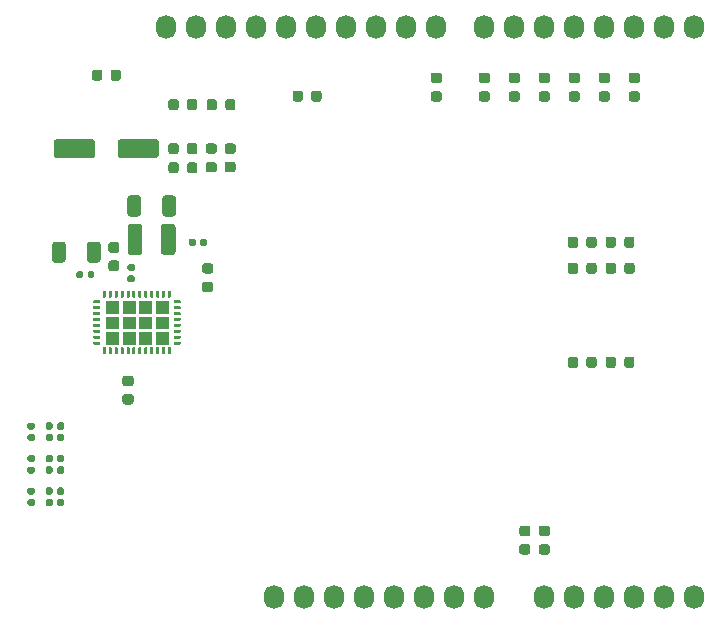
<source format=gbr>
%TF.GenerationSoftware,KiCad,Pcbnew,(5.1.9)-1*%
%TF.CreationDate,2021-05-11T14:33:32+02:00*%
%TF.ProjectId,Driverino-Shield,44726976-6572-4696-9e6f-2d536869656c,rev?*%
%TF.SameCoordinates,Original*%
%TF.FileFunction,Paste,Top*%
%TF.FilePolarity,Positive*%
%FSLAX46Y46*%
G04 Gerber Fmt 4.6, Leading zero omitted, Abs format (unit mm)*
G04 Created by KiCad (PCBNEW (5.1.9)-1) date 2021-05-11 14:33:32*
%MOMM*%
%LPD*%
G01*
G04 APERTURE LIST*
%ADD10C,0.100000*%
%ADD11O,1.727200X2.032000*%
G04 APERTURE END LIST*
D10*
%TO.C,U1*%
G36*
X128898000Y-101065000D02*
G01*
X128898000Y-100065000D01*
X129898000Y-100065000D01*
X129898000Y-101065000D01*
X128898000Y-101065000D01*
G37*
X128898000Y-101065000D02*
X128898000Y-100065000D01*
X129898000Y-100065000D01*
X129898000Y-101065000D01*
X128898000Y-101065000D01*
G36*
X128898000Y-99765000D02*
G01*
X128898000Y-98765000D01*
X129898000Y-98765000D01*
X129898000Y-99765000D01*
X128898000Y-99765000D01*
G37*
X128898000Y-99765000D02*
X128898000Y-98765000D01*
X129898000Y-98765000D01*
X129898000Y-99765000D01*
X128898000Y-99765000D01*
G36*
X128898000Y-102365000D02*
G01*
X128898000Y-101365000D01*
X129898000Y-101365000D01*
X129898000Y-102365000D01*
X128898000Y-102365000D01*
G37*
X128898000Y-102365000D02*
X128898000Y-101365000D01*
X129898000Y-101365000D01*
X129898000Y-102365000D01*
X128898000Y-102365000D01*
G36*
X127498000Y-102365000D02*
G01*
X127498000Y-101365000D01*
X128498000Y-101365000D01*
X128498000Y-102365000D01*
X127498000Y-102365000D01*
G37*
X127498000Y-102365000D02*
X127498000Y-101365000D01*
X128498000Y-101365000D01*
X128498000Y-102365000D01*
X127498000Y-102365000D01*
G36*
X127498000Y-101065000D02*
G01*
X127498000Y-100065000D01*
X128498000Y-100065000D01*
X128498000Y-101065000D01*
X127498000Y-101065000D01*
G37*
X127498000Y-101065000D02*
X127498000Y-100065000D01*
X128498000Y-100065000D01*
X128498000Y-101065000D01*
X127498000Y-101065000D01*
G36*
X127498000Y-99765000D02*
G01*
X127498000Y-98765000D01*
X128498000Y-98765000D01*
X128498000Y-99765000D01*
X127498000Y-99765000D01*
G37*
X127498000Y-99765000D02*
X127498000Y-98765000D01*
X128498000Y-98765000D01*
X128498000Y-99765000D01*
X127498000Y-99765000D01*
G36*
X126098000Y-102365000D02*
G01*
X126098000Y-101365000D01*
X127098000Y-101365000D01*
X127098000Y-102365000D01*
X126098000Y-102365000D01*
G37*
X126098000Y-102365000D02*
X126098000Y-101365000D01*
X127098000Y-101365000D01*
X127098000Y-102365000D01*
X126098000Y-102365000D01*
G36*
X126098000Y-101065000D02*
G01*
X126098000Y-100065000D01*
X127098000Y-100065000D01*
X127098000Y-101065000D01*
X126098000Y-101065000D01*
G37*
X126098000Y-101065000D02*
X126098000Y-100065000D01*
X127098000Y-100065000D01*
X127098000Y-101065000D01*
X126098000Y-101065000D01*
G36*
X126098000Y-99765000D02*
G01*
X126098000Y-98765000D01*
X127098000Y-98765000D01*
X127098000Y-99765000D01*
X126098000Y-99765000D01*
G37*
X126098000Y-99765000D02*
X126098000Y-98765000D01*
X127098000Y-98765000D01*
X127098000Y-99765000D01*
X126098000Y-99765000D01*
G36*
X124698000Y-102365000D02*
G01*
X124698000Y-101365000D01*
X125698000Y-101365000D01*
X125698000Y-102365000D01*
X124698000Y-102365000D01*
G37*
X124698000Y-102365000D02*
X124698000Y-101365000D01*
X125698000Y-101365000D01*
X125698000Y-102365000D01*
X124698000Y-102365000D01*
G36*
X124698000Y-99765000D02*
G01*
X124698000Y-98765000D01*
X125698000Y-98765000D01*
X125698000Y-99765000D01*
X124698000Y-99765000D01*
G37*
X124698000Y-99765000D02*
X124698000Y-98765000D01*
X125698000Y-98765000D01*
X125698000Y-99765000D01*
X124698000Y-99765000D01*
G36*
X124698000Y-101065000D02*
G01*
X124698000Y-100065000D01*
X125698000Y-100065000D01*
X125698000Y-101065000D01*
X124698000Y-101065000D01*
G37*
X124698000Y-101065000D02*
X124698000Y-100065000D01*
X125698000Y-100065000D01*
X125698000Y-101065000D01*
X124698000Y-101065000D01*
%TD*%
%TO.C,F1*%
G36*
G01*
X133241000Y-93614500D02*
X133241000Y-93959500D01*
G75*
G02*
X133093500Y-94107000I-147500J0D01*
G01*
X132798500Y-94107000D01*
G75*
G02*
X132651000Y-93959500I0J147500D01*
G01*
X132651000Y-93614500D01*
G75*
G02*
X132798500Y-93467000I147500J0D01*
G01*
X133093500Y-93467000D01*
G75*
G02*
X133241000Y-93614500I0J-147500D01*
G01*
G37*
G36*
G01*
X132271000Y-93614500D02*
X132271000Y-93959500D01*
G75*
G02*
X132123500Y-94107000I-147500J0D01*
G01*
X131828500Y-94107000D01*
G75*
G02*
X131681000Y-93959500I0J147500D01*
G01*
X131681000Y-93614500D01*
G75*
G02*
X131828500Y-93467000I147500J0D01*
G01*
X132123500Y-93467000D01*
G75*
G02*
X132271000Y-93614500I0J-147500D01*
G01*
G37*
%TD*%
%TO.C,R23*%
G36*
G01*
X120537500Y-115988500D02*
X120537500Y-115643500D01*
G75*
G02*
X120685000Y-115496000I147500J0D01*
G01*
X120980000Y-115496000D01*
G75*
G02*
X121127500Y-115643500I0J-147500D01*
G01*
X121127500Y-115988500D01*
G75*
G02*
X120980000Y-116136000I-147500J0D01*
G01*
X120685000Y-116136000D01*
G75*
G02*
X120537500Y-115988500I0J147500D01*
G01*
G37*
G36*
G01*
X119567500Y-115988500D02*
X119567500Y-115643500D01*
G75*
G02*
X119715000Y-115496000I147500J0D01*
G01*
X120010000Y-115496000D01*
G75*
G02*
X120157500Y-115643500I0J-147500D01*
G01*
X120157500Y-115988500D01*
G75*
G02*
X120010000Y-116136000I-147500J0D01*
G01*
X119715000Y-116136000D01*
G75*
G02*
X119567500Y-115988500I0J147500D01*
G01*
G37*
%TD*%
%TO.C,R22*%
G36*
G01*
X120537500Y-115018500D02*
X120537500Y-114673500D01*
G75*
G02*
X120685000Y-114526000I147500J0D01*
G01*
X120980000Y-114526000D01*
G75*
G02*
X121127500Y-114673500I0J-147500D01*
G01*
X121127500Y-115018500D01*
G75*
G02*
X120980000Y-115166000I-147500J0D01*
G01*
X120685000Y-115166000D01*
G75*
G02*
X120537500Y-115018500I0J147500D01*
G01*
G37*
G36*
G01*
X119567500Y-115018500D02*
X119567500Y-114673500D01*
G75*
G02*
X119715000Y-114526000I147500J0D01*
G01*
X120010000Y-114526000D01*
G75*
G02*
X120157500Y-114673500I0J-147500D01*
G01*
X120157500Y-115018500D01*
G75*
G02*
X120010000Y-115166000I-147500J0D01*
G01*
X119715000Y-115166000D01*
G75*
G02*
X119567500Y-115018500I0J147500D01*
G01*
G37*
%TD*%
%TO.C,U1*%
G36*
G01*
X129923000Y-98415000D02*
X129923000Y-97915000D01*
G75*
G02*
X129973000Y-97865000I50000J0D01*
G01*
X130123000Y-97865000D01*
G75*
G02*
X130173000Y-97915000I0J-50000D01*
G01*
X130173000Y-98415000D01*
G75*
G02*
X130123000Y-98465000I-50000J0D01*
G01*
X129973000Y-98465000D01*
G75*
G02*
X129923000Y-98415000I0J50000D01*
G01*
G37*
G36*
G01*
X129423000Y-98415000D02*
X129423000Y-97915000D01*
G75*
G02*
X129473000Y-97865000I50000J0D01*
G01*
X129623000Y-97865000D01*
G75*
G02*
X129673000Y-97915000I0J-50000D01*
G01*
X129673000Y-98415000D01*
G75*
G02*
X129623000Y-98465000I-50000J0D01*
G01*
X129473000Y-98465000D01*
G75*
G02*
X129423000Y-98415000I0J50000D01*
G01*
G37*
G36*
G01*
X128923000Y-98415000D02*
X128923000Y-97915000D01*
G75*
G02*
X128973000Y-97865000I50000J0D01*
G01*
X129123000Y-97865000D01*
G75*
G02*
X129173000Y-97915000I0J-50000D01*
G01*
X129173000Y-98415000D01*
G75*
G02*
X129123000Y-98465000I-50000J0D01*
G01*
X128973000Y-98465000D01*
G75*
G02*
X128923000Y-98415000I0J50000D01*
G01*
G37*
G36*
G01*
X128423000Y-98415000D02*
X128423000Y-97915000D01*
G75*
G02*
X128473000Y-97865000I50000J0D01*
G01*
X128623000Y-97865000D01*
G75*
G02*
X128673000Y-97915000I0J-50000D01*
G01*
X128673000Y-98415000D01*
G75*
G02*
X128623000Y-98465000I-50000J0D01*
G01*
X128473000Y-98465000D01*
G75*
G02*
X128423000Y-98415000I0J50000D01*
G01*
G37*
G36*
G01*
X127923000Y-98415000D02*
X127923000Y-97915000D01*
G75*
G02*
X127973000Y-97865000I50000J0D01*
G01*
X128123000Y-97865000D01*
G75*
G02*
X128173000Y-97915000I0J-50000D01*
G01*
X128173000Y-98415000D01*
G75*
G02*
X128123000Y-98465000I-50000J0D01*
G01*
X127973000Y-98465000D01*
G75*
G02*
X127923000Y-98415000I0J50000D01*
G01*
G37*
G36*
G01*
X127423000Y-98415000D02*
X127423000Y-97915000D01*
G75*
G02*
X127473000Y-97865000I50000J0D01*
G01*
X127623000Y-97865000D01*
G75*
G02*
X127673000Y-97915000I0J-50000D01*
G01*
X127673000Y-98415000D01*
G75*
G02*
X127623000Y-98465000I-50000J0D01*
G01*
X127473000Y-98465000D01*
G75*
G02*
X127423000Y-98415000I0J50000D01*
G01*
G37*
G36*
G01*
X126923000Y-98415000D02*
X126923000Y-97915000D01*
G75*
G02*
X126973000Y-97865000I50000J0D01*
G01*
X127123000Y-97865000D01*
G75*
G02*
X127173000Y-97915000I0J-50000D01*
G01*
X127173000Y-98415000D01*
G75*
G02*
X127123000Y-98465000I-50000J0D01*
G01*
X126973000Y-98465000D01*
G75*
G02*
X126923000Y-98415000I0J50000D01*
G01*
G37*
G36*
G01*
X126423000Y-98415000D02*
X126423000Y-97915000D01*
G75*
G02*
X126473000Y-97865000I50000J0D01*
G01*
X126623000Y-97865000D01*
G75*
G02*
X126673000Y-97915000I0J-50000D01*
G01*
X126673000Y-98415000D01*
G75*
G02*
X126623000Y-98465000I-50000J0D01*
G01*
X126473000Y-98465000D01*
G75*
G02*
X126423000Y-98415000I0J50000D01*
G01*
G37*
G36*
G01*
X125923000Y-98415000D02*
X125923000Y-97915000D01*
G75*
G02*
X125973000Y-97865000I50000J0D01*
G01*
X126123000Y-97865000D01*
G75*
G02*
X126173000Y-97915000I0J-50000D01*
G01*
X126173000Y-98415000D01*
G75*
G02*
X126123000Y-98465000I-50000J0D01*
G01*
X125973000Y-98465000D01*
G75*
G02*
X125923000Y-98415000I0J50000D01*
G01*
G37*
G36*
G01*
X125423000Y-98415000D02*
X125423000Y-97915000D01*
G75*
G02*
X125473000Y-97865000I50000J0D01*
G01*
X125623000Y-97865000D01*
G75*
G02*
X125673000Y-97915000I0J-50000D01*
G01*
X125673000Y-98415000D01*
G75*
G02*
X125623000Y-98465000I-50000J0D01*
G01*
X125473000Y-98465000D01*
G75*
G02*
X125423000Y-98415000I0J50000D01*
G01*
G37*
G36*
G01*
X124923000Y-98415000D02*
X124923000Y-97915000D01*
G75*
G02*
X124973000Y-97865000I50000J0D01*
G01*
X125123000Y-97865000D01*
G75*
G02*
X125173000Y-97915000I0J-50000D01*
G01*
X125173000Y-98415000D01*
G75*
G02*
X125123000Y-98465000I-50000J0D01*
G01*
X124973000Y-98465000D01*
G75*
G02*
X124923000Y-98415000I0J50000D01*
G01*
G37*
G36*
G01*
X124423000Y-98415000D02*
X124423000Y-97915000D01*
G75*
G02*
X124473000Y-97865000I50000J0D01*
G01*
X124623000Y-97865000D01*
G75*
G02*
X124673000Y-97915000I0J-50000D01*
G01*
X124673000Y-98415000D01*
G75*
G02*
X124623000Y-98465000I-50000J0D01*
G01*
X124473000Y-98465000D01*
G75*
G02*
X124423000Y-98415000I0J50000D01*
G01*
G37*
G36*
G01*
X124148000Y-98940000D02*
X123648000Y-98940000D01*
G75*
G02*
X123598000Y-98890000I0J50000D01*
G01*
X123598000Y-98740000D01*
G75*
G02*
X123648000Y-98690000I50000J0D01*
G01*
X124148000Y-98690000D01*
G75*
G02*
X124198000Y-98740000I0J-50000D01*
G01*
X124198000Y-98890000D01*
G75*
G02*
X124148000Y-98940000I-50000J0D01*
G01*
G37*
G36*
G01*
X124148000Y-99440000D02*
X123648000Y-99440000D01*
G75*
G02*
X123598000Y-99390000I0J50000D01*
G01*
X123598000Y-99240000D01*
G75*
G02*
X123648000Y-99190000I50000J0D01*
G01*
X124148000Y-99190000D01*
G75*
G02*
X124198000Y-99240000I0J-50000D01*
G01*
X124198000Y-99390000D01*
G75*
G02*
X124148000Y-99440000I-50000J0D01*
G01*
G37*
G36*
G01*
X124148000Y-99940000D02*
X123648000Y-99940000D01*
G75*
G02*
X123598000Y-99890000I0J50000D01*
G01*
X123598000Y-99740000D01*
G75*
G02*
X123648000Y-99690000I50000J0D01*
G01*
X124148000Y-99690000D01*
G75*
G02*
X124198000Y-99740000I0J-50000D01*
G01*
X124198000Y-99890000D01*
G75*
G02*
X124148000Y-99940000I-50000J0D01*
G01*
G37*
G36*
G01*
X124148000Y-100440000D02*
X123648000Y-100440000D01*
G75*
G02*
X123598000Y-100390000I0J50000D01*
G01*
X123598000Y-100240000D01*
G75*
G02*
X123648000Y-100190000I50000J0D01*
G01*
X124148000Y-100190000D01*
G75*
G02*
X124198000Y-100240000I0J-50000D01*
G01*
X124198000Y-100390000D01*
G75*
G02*
X124148000Y-100440000I-50000J0D01*
G01*
G37*
G36*
G01*
X124148000Y-100940000D02*
X123648000Y-100940000D01*
G75*
G02*
X123598000Y-100890000I0J50000D01*
G01*
X123598000Y-100740000D01*
G75*
G02*
X123648000Y-100690000I50000J0D01*
G01*
X124148000Y-100690000D01*
G75*
G02*
X124198000Y-100740000I0J-50000D01*
G01*
X124198000Y-100890000D01*
G75*
G02*
X124148000Y-100940000I-50000J0D01*
G01*
G37*
G36*
G01*
X124148000Y-101440000D02*
X123648000Y-101440000D01*
G75*
G02*
X123598000Y-101390000I0J50000D01*
G01*
X123598000Y-101240000D01*
G75*
G02*
X123648000Y-101190000I50000J0D01*
G01*
X124148000Y-101190000D01*
G75*
G02*
X124198000Y-101240000I0J-50000D01*
G01*
X124198000Y-101390000D01*
G75*
G02*
X124148000Y-101440000I-50000J0D01*
G01*
G37*
G36*
G01*
X124148000Y-101940000D02*
X123648000Y-101940000D01*
G75*
G02*
X123598000Y-101890000I0J50000D01*
G01*
X123598000Y-101740000D01*
G75*
G02*
X123648000Y-101690000I50000J0D01*
G01*
X124148000Y-101690000D01*
G75*
G02*
X124198000Y-101740000I0J-50000D01*
G01*
X124198000Y-101890000D01*
G75*
G02*
X124148000Y-101940000I-50000J0D01*
G01*
G37*
G36*
G01*
X124148000Y-102440000D02*
X123648000Y-102440000D01*
G75*
G02*
X123598000Y-102390000I0J50000D01*
G01*
X123598000Y-102240000D01*
G75*
G02*
X123648000Y-102190000I50000J0D01*
G01*
X124148000Y-102190000D01*
G75*
G02*
X124198000Y-102240000I0J-50000D01*
G01*
X124198000Y-102390000D01*
G75*
G02*
X124148000Y-102440000I-50000J0D01*
G01*
G37*
G36*
G01*
X124423000Y-103215000D02*
X124423000Y-102715000D01*
G75*
G02*
X124473000Y-102665000I50000J0D01*
G01*
X124623000Y-102665000D01*
G75*
G02*
X124673000Y-102715000I0J-50000D01*
G01*
X124673000Y-103215000D01*
G75*
G02*
X124623000Y-103265000I-50000J0D01*
G01*
X124473000Y-103265000D01*
G75*
G02*
X124423000Y-103215000I0J50000D01*
G01*
G37*
G36*
G01*
X124923000Y-103215000D02*
X124923000Y-102715000D01*
G75*
G02*
X124973000Y-102665000I50000J0D01*
G01*
X125123000Y-102665000D01*
G75*
G02*
X125173000Y-102715000I0J-50000D01*
G01*
X125173000Y-103215000D01*
G75*
G02*
X125123000Y-103265000I-50000J0D01*
G01*
X124973000Y-103265000D01*
G75*
G02*
X124923000Y-103215000I0J50000D01*
G01*
G37*
G36*
G01*
X125423000Y-103215000D02*
X125423000Y-102715000D01*
G75*
G02*
X125473000Y-102665000I50000J0D01*
G01*
X125623000Y-102665000D01*
G75*
G02*
X125673000Y-102715000I0J-50000D01*
G01*
X125673000Y-103215000D01*
G75*
G02*
X125623000Y-103265000I-50000J0D01*
G01*
X125473000Y-103265000D01*
G75*
G02*
X125423000Y-103215000I0J50000D01*
G01*
G37*
G36*
G01*
X125923000Y-103215000D02*
X125923000Y-102715000D01*
G75*
G02*
X125973000Y-102665000I50000J0D01*
G01*
X126123000Y-102665000D01*
G75*
G02*
X126173000Y-102715000I0J-50000D01*
G01*
X126173000Y-103215000D01*
G75*
G02*
X126123000Y-103265000I-50000J0D01*
G01*
X125973000Y-103265000D01*
G75*
G02*
X125923000Y-103215000I0J50000D01*
G01*
G37*
G36*
G01*
X126423000Y-103215000D02*
X126423000Y-102715000D01*
G75*
G02*
X126473000Y-102665000I50000J0D01*
G01*
X126623000Y-102665000D01*
G75*
G02*
X126673000Y-102715000I0J-50000D01*
G01*
X126673000Y-103215000D01*
G75*
G02*
X126623000Y-103265000I-50000J0D01*
G01*
X126473000Y-103265000D01*
G75*
G02*
X126423000Y-103215000I0J50000D01*
G01*
G37*
G36*
G01*
X126923000Y-103215000D02*
X126923000Y-102715000D01*
G75*
G02*
X126973000Y-102665000I50000J0D01*
G01*
X127123000Y-102665000D01*
G75*
G02*
X127173000Y-102715000I0J-50000D01*
G01*
X127173000Y-103215000D01*
G75*
G02*
X127123000Y-103265000I-50000J0D01*
G01*
X126973000Y-103265000D01*
G75*
G02*
X126923000Y-103215000I0J50000D01*
G01*
G37*
G36*
G01*
X127423000Y-103215000D02*
X127423000Y-102715000D01*
G75*
G02*
X127473000Y-102665000I50000J0D01*
G01*
X127623000Y-102665000D01*
G75*
G02*
X127673000Y-102715000I0J-50000D01*
G01*
X127673000Y-103215000D01*
G75*
G02*
X127623000Y-103265000I-50000J0D01*
G01*
X127473000Y-103265000D01*
G75*
G02*
X127423000Y-103215000I0J50000D01*
G01*
G37*
G36*
G01*
X127923000Y-103215000D02*
X127923000Y-102715000D01*
G75*
G02*
X127973000Y-102665000I50000J0D01*
G01*
X128123000Y-102665000D01*
G75*
G02*
X128173000Y-102715000I0J-50000D01*
G01*
X128173000Y-103215000D01*
G75*
G02*
X128123000Y-103265000I-50000J0D01*
G01*
X127973000Y-103265000D01*
G75*
G02*
X127923000Y-103215000I0J50000D01*
G01*
G37*
G36*
G01*
X128423000Y-103215000D02*
X128423000Y-102715000D01*
G75*
G02*
X128473000Y-102665000I50000J0D01*
G01*
X128623000Y-102665000D01*
G75*
G02*
X128673000Y-102715000I0J-50000D01*
G01*
X128673000Y-103215000D01*
G75*
G02*
X128623000Y-103265000I-50000J0D01*
G01*
X128473000Y-103265000D01*
G75*
G02*
X128423000Y-103215000I0J50000D01*
G01*
G37*
G36*
G01*
X128923000Y-103215000D02*
X128923000Y-102715000D01*
G75*
G02*
X128973000Y-102665000I50000J0D01*
G01*
X129123000Y-102665000D01*
G75*
G02*
X129173000Y-102715000I0J-50000D01*
G01*
X129173000Y-103215000D01*
G75*
G02*
X129123000Y-103265000I-50000J0D01*
G01*
X128973000Y-103265000D01*
G75*
G02*
X128923000Y-103215000I0J50000D01*
G01*
G37*
G36*
G01*
X129423000Y-103215000D02*
X129423000Y-102715000D01*
G75*
G02*
X129473000Y-102665000I50000J0D01*
G01*
X129623000Y-102665000D01*
G75*
G02*
X129673000Y-102715000I0J-50000D01*
G01*
X129673000Y-103215000D01*
G75*
G02*
X129623000Y-103265000I-50000J0D01*
G01*
X129473000Y-103265000D01*
G75*
G02*
X129423000Y-103215000I0J50000D01*
G01*
G37*
G36*
G01*
X129923000Y-103215000D02*
X129923000Y-102715000D01*
G75*
G02*
X129973000Y-102665000I50000J0D01*
G01*
X130123000Y-102665000D01*
G75*
G02*
X130173000Y-102715000I0J-50000D01*
G01*
X130173000Y-103215000D01*
G75*
G02*
X130123000Y-103265000I-50000J0D01*
G01*
X129973000Y-103265000D01*
G75*
G02*
X129923000Y-103215000I0J50000D01*
G01*
G37*
G36*
G01*
X130948000Y-102440000D02*
X130448000Y-102440000D01*
G75*
G02*
X130398000Y-102390000I0J50000D01*
G01*
X130398000Y-102240000D01*
G75*
G02*
X130448000Y-102190000I50000J0D01*
G01*
X130948000Y-102190000D01*
G75*
G02*
X130998000Y-102240000I0J-50000D01*
G01*
X130998000Y-102390000D01*
G75*
G02*
X130948000Y-102440000I-50000J0D01*
G01*
G37*
G36*
G01*
X130948000Y-101940000D02*
X130448000Y-101940000D01*
G75*
G02*
X130398000Y-101890000I0J50000D01*
G01*
X130398000Y-101740000D01*
G75*
G02*
X130448000Y-101690000I50000J0D01*
G01*
X130948000Y-101690000D01*
G75*
G02*
X130998000Y-101740000I0J-50000D01*
G01*
X130998000Y-101890000D01*
G75*
G02*
X130948000Y-101940000I-50000J0D01*
G01*
G37*
G36*
G01*
X130948000Y-101440000D02*
X130448000Y-101440000D01*
G75*
G02*
X130398000Y-101390000I0J50000D01*
G01*
X130398000Y-101240000D01*
G75*
G02*
X130448000Y-101190000I50000J0D01*
G01*
X130948000Y-101190000D01*
G75*
G02*
X130998000Y-101240000I0J-50000D01*
G01*
X130998000Y-101390000D01*
G75*
G02*
X130948000Y-101440000I-50000J0D01*
G01*
G37*
G36*
G01*
X130948000Y-100940000D02*
X130448000Y-100940000D01*
G75*
G02*
X130398000Y-100890000I0J50000D01*
G01*
X130398000Y-100740000D01*
G75*
G02*
X130448000Y-100690000I50000J0D01*
G01*
X130948000Y-100690000D01*
G75*
G02*
X130998000Y-100740000I0J-50000D01*
G01*
X130998000Y-100890000D01*
G75*
G02*
X130948000Y-100940000I-50000J0D01*
G01*
G37*
G36*
G01*
X130948000Y-100440000D02*
X130448000Y-100440000D01*
G75*
G02*
X130398000Y-100390000I0J50000D01*
G01*
X130398000Y-100240000D01*
G75*
G02*
X130448000Y-100190000I50000J0D01*
G01*
X130948000Y-100190000D01*
G75*
G02*
X130998000Y-100240000I0J-50000D01*
G01*
X130998000Y-100390000D01*
G75*
G02*
X130948000Y-100440000I-50000J0D01*
G01*
G37*
G36*
G01*
X130948000Y-99940000D02*
X130448000Y-99940000D01*
G75*
G02*
X130398000Y-99890000I0J50000D01*
G01*
X130398000Y-99740000D01*
G75*
G02*
X130448000Y-99690000I50000J0D01*
G01*
X130948000Y-99690000D01*
G75*
G02*
X130998000Y-99740000I0J-50000D01*
G01*
X130998000Y-99890000D01*
G75*
G02*
X130948000Y-99940000I-50000J0D01*
G01*
G37*
G36*
G01*
X130948000Y-99440000D02*
X130448000Y-99440000D01*
G75*
G02*
X130398000Y-99390000I0J50000D01*
G01*
X130398000Y-99240000D01*
G75*
G02*
X130448000Y-99190000I50000J0D01*
G01*
X130948000Y-99190000D01*
G75*
G02*
X130998000Y-99240000I0J-50000D01*
G01*
X130998000Y-99390000D01*
G75*
G02*
X130948000Y-99440000I-50000J0D01*
G01*
G37*
G36*
G01*
X130948000Y-98940000D02*
X130448000Y-98940000D01*
G75*
G02*
X130398000Y-98890000I0J50000D01*
G01*
X130398000Y-98740000D01*
G75*
G02*
X130448000Y-98690000I50000J0D01*
G01*
X130948000Y-98690000D01*
G75*
G02*
X130998000Y-98740000I0J-50000D01*
G01*
X130998000Y-98890000D01*
G75*
G02*
X130948000Y-98940000I-50000J0D01*
G01*
G37*
%TD*%
%TO.C,C3*%
G36*
G01*
X123074000Y-95265001D02*
X123074000Y-93964999D01*
G75*
G02*
X123323999Y-93715000I249999J0D01*
G01*
X123974001Y-93715000D01*
G75*
G02*
X124224000Y-93964999I0J-249999D01*
G01*
X124224000Y-95265001D01*
G75*
G02*
X123974001Y-95515000I-249999J0D01*
G01*
X123323999Y-95515000D01*
G75*
G02*
X123074000Y-95265001I0J249999D01*
G01*
G37*
G36*
G01*
X120124000Y-95265001D02*
X120124000Y-93964999D01*
G75*
G02*
X120373999Y-93715000I249999J0D01*
G01*
X121024001Y-93715000D01*
G75*
G02*
X121274000Y-93964999I0J-249999D01*
G01*
X121274000Y-95265001D01*
G75*
G02*
X121024001Y-95515000I-249999J0D01*
G01*
X120373999Y-95515000D01*
G75*
G02*
X120124000Y-95265001I0J249999D01*
G01*
G37*
%TD*%
%TO.C,C4*%
G36*
G01*
X123136000Y-96690000D02*
X123136000Y-96350000D01*
G75*
G02*
X123276000Y-96210000I140000J0D01*
G01*
X123556000Y-96210000D01*
G75*
G02*
X123696000Y-96350000I0J-140000D01*
G01*
X123696000Y-96690000D01*
G75*
G02*
X123556000Y-96830000I-140000J0D01*
G01*
X123276000Y-96830000D01*
G75*
G02*
X123136000Y-96690000I0J140000D01*
G01*
G37*
G36*
G01*
X122176000Y-96690000D02*
X122176000Y-96350000D01*
G75*
G02*
X122316000Y-96210000I140000J0D01*
G01*
X122596000Y-96210000D01*
G75*
G02*
X122736000Y-96350000I0J-140000D01*
G01*
X122736000Y-96690000D01*
G75*
G02*
X122596000Y-96830000I-140000J0D01*
G01*
X122316000Y-96830000D01*
G75*
G02*
X122176000Y-96690000I0J140000D01*
G01*
G37*
%TD*%
D11*
%TO.C,P3*%
X129794000Y-75565000D03*
X132334000Y-75565000D03*
X134874000Y-75565000D03*
X137414000Y-75565000D03*
X139954000Y-75565000D03*
X142494000Y-75565000D03*
X145034000Y-75565000D03*
X147574000Y-75565000D03*
X150114000Y-75565000D03*
X152654000Y-75565000D03*
%TD*%
%TO.C,P1*%
X138938000Y-123825000D03*
X141478000Y-123825000D03*
X144018000Y-123825000D03*
X146558000Y-123825000D03*
X149098000Y-123825000D03*
X151638000Y-123825000D03*
X154178000Y-123825000D03*
X156718000Y-123825000D03*
%TD*%
%TO.C,P2*%
X161798000Y-123825000D03*
X164338000Y-123825000D03*
X166878000Y-123825000D03*
X169418000Y-123825000D03*
X171958000Y-123825000D03*
X174498000Y-123825000D03*
%TD*%
%TO.C,P4*%
X156718000Y-75565000D03*
X159258000Y-75565000D03*
X161798000Y-75565000D03*
X164338000Y-75565000D03*
X166878000Y-75565000D03*
X169418000Y-75565000D03*
X171958000Y-75565000D03*
X174498000Y-75565000D03*
%TD*%
%TO.C,C6*%
G36*
G01*
X126982000Y-96203000D02*
X126637000Y-96203000D01*
G75*
G02*
X126489500Y-96055500I0J147500D01*
G01*
X126489500Y-95760500D01*
G75*
G02*
X126637000Y-95613000I147500J0D01*
G01*
X126982000Y-95613000D01*
G75*
G02*
X127129500Y-95760500I0J-147500D01*
G01*
X127129500Y-96055500D01*
G75*
G02*
X126982000Y-96203000I-147500J0D01*
G01*
G37*
G36*
G01*
X126982000Y-97173000D02*
X126637000Y-97173000D01*
G75*
G02*
X126489500Y-97025500I0J147500D01*
G01*
X126489500Y-96730500D01*
G75*
G02*
X126637000Y-96583000I147500J0D01*
G01*
X126982000Y-96583000D01*
G75*
G02*
X127129500Y-96730500I0J-147500D01*
G01*
X127129500Y-97025500D01*
G75*
G02*
X126982000Y-97173000I-147500J0D01*
G01*
G37*
%TD*%
%TO.C,C12*%
G36*
G01*
X118520000Y-115141000D02*
X118175000Y-115141000D01*
G75*
G02*
X118027500Y-114993500I0J147500D01*
G01*
X118027500Y-114698500D01*
G75*
G02*
X118175000Y-114551000I147500J0D01*
G01*
X118520000Y-114551000D01*
G75*
G02*
X118667500Y-114698500I0J-147500D01*
G01*
X118667500Y-114993500D01*
G75*
G02*
X118520000Y-115141000I-147500J0D01*
G01*
G37*
G36*
G01*
X118520000Y-116111000D02*
X118175000Y-116111000D01*
G75*
G02*
X118027500Y-115963500I0J147500D01*
G01*
X118027500Y-115668500D01*
G75*
G02*
X118175000Y-115521000I147500J0D01*
G01*
X118520000Y-115521000D01*
G75*
G02*
X118667500Y-115668500I0J-147500D01*
G01*
X118667500Y-115963500D01*
G75*
G02*
X118520000Y-116111000I-147500J0D01*
G01*
G37*
%TD*%
%TO.C,R21*%
G36*
G01*
X120537500Y-113234500D02*
X120537500Y-112889500D01*
G75*
G02*
X120685000Y-112742000I147500J0D01*
G01*
X120980000Y-112742000D01*
G75*
G02*
X121127500Y-112889500I0J-147500D01*
G01*
X121127500Y-113234500D01*
G75*
G02*
X120980000Y-113382000I-147500J0D01*
G01*
X120685000Y-113382000D01*
G75*
G02*
X120537500Y-113234500I0J147500D01*
G01*
G37*
G36*
G01*
X119567500Y-113234500D02*
X119567500Y-112889500D01*
G75*
G02*
X119715000Y-112742000I147500J0D01*
G01*
X120010000Y-112742000D01*
G75*
G02*
X120157500Y-112889500I0J-147500D01*
G01*
X120157500Y-113234500D01*
G75*
G02*
X120010000Y-113382000I-147500J0D01*
G01*
X119715000Y-113382000D01*
G75*
G02*
X119567500Y-113234500I0J147500D01*
G01*
G37*
%TD*%
%TO.C,R20*%
G36*
G01*
X120537500Y-112264500D02*
X120537500Y-111919500D01*
G75*
G02*
X120685000Y-111772000I147500J0D01*
G01*
X120980000Y-111772000D01*
G75*
G02*
X121127500Y-111919500I0J-147500D01*
G01*
X121127500Y-112264500D01*
G75*
G02*
X120980000Y-112412000I-147500J0D01*
G01*
X120685000Y-112412000D01*
G75*
G02*
X120537500Y-112264500I0J147500D01*
G01*
G37*
G36*
G01*
X119567500Y-112264500D02*
X119567500Y-111919500D01*
G75*
G02*
X119715000Y-111772000I147500J0D01*
G01*
X120010000Y-111772000D01*
G75*
G02*
X120157500Y-111919500I0J-147500D01*
G01*
X120157500Y-112264500D01*
G75*
G02*
X120010000Y-112412000I-147500J0D01*
G01*
X119715000Y-112412000D01*
G75*
G02*
X119567500Y-112264500I0J147500D01*
G01*
G37*
%TD*%
%TO.C,C11*%
G36*
G01*
X118520000Y-112387000D02*
X118175000Y-112387000D01*
G75*
G02*
X118027500Y-112239500I0J147500D01*
G01*
X118027500Y-111944500D01*
G75*
G02*
X118175000Y-111797000I147500J0D01*
G01*
X118520000Y-111797000D01*
G75*
G02*
X118667500Y-111944500I0J-147500D01*
G01*
X118667500Y-112239500D01*
G75*
G02*
X118520000Y-112387000I-147500J0D01*
G01*
G37*
G36*
G01*
X118520000Y-113357000D02*
X118175000Y-113357000D01*
G75*
G02*
X118027500Y-113209500I0J147500D01*
G01*
X118027500Y-112914500D01*
G75*
G02*
X118175000Y-112767000I147500J0D01*
G01*
X118520000Y-112767000D01*
G75*
G02*
X118667500Y-112914500I0J-147500D01*
G01*
X118667500Y-113209500D01*
G75*
G02*
X118520000Y-113357000I-147500J0D01*
G01*
G37*
%TD*%
%TO.C,R18*%
G36*
G01*
X120537500Y-109510500D02*
X120537500Y-109165500D01*
G75*
G02*
X120685000Y-109018000I147500J0D01*
G01*
X120980000Y-109018000D01*
G75*
G02*
X121127500Y-109165500I0J-147500D01*
G01*
X121127500Y-109510500D01*
G75*
G02*
X120980000Y-109658000I-147500J0D01*
G01*
X120685000Y-109658000D01*
G75*
G02*
X120537500Y-109510500I0J147500D01*
G01*
G37*
G36*
G01*
X119567500Y-109510500D02*
X119567500Y-109165500D01*
G75*
G02*
X119715000Y-109018000I147500J0D01*
G01*
X120010000Y-109018000D01*
G75*
G02*
X120157500Y-109165500I0J-147500D01*
G01*
X120157500Y-109510500D01*
G75*
G02*
X120010000Y-109658000I-147500J0D01*
G01*
X119715000Y-109658000D01*
G75*
G02*
X119567500Y-109510500I0J147500D01*
G01*
G37*
%TD*%
%TO.C,R19*%
G36*
G01*
X120537500Y-110480500D02*
X120537500Y-110135500D01*
G75*
G02*
X120685000Y-109988000I147500J0D01*
G01*
X120980000Y-109988000D01*
G75*
G02*
X121127500Y-110135500I0J-147500D01*
G01*
X121127500Y-110480500D01*
G75*
G02*
X120980000Y-110628000I-147500J0D01*
G01*
X120685000Y-110628000D01*
G75*
G02*
X120537500Y-110480500I0J147500D01*
G01*
G37*
G36*
G01*
X119567500Y-110480500D02*
X119567500Y-110135500D01*
G75*
G02*
X119715000Y-109988000I147500J0D01*
G01*
X120010000Y-109988000D01*
G75*
G02*
X120157500Y-110135500I0J-147500D01*
G01*
X120157500Y-110480500D01*
G75*
G02*
X120010000Y-110628000I-147500J0D01*
G01*
X119715000Y-110628000D01*
G75*
G02*
X119567500Y-110480500I0J147500D01*
G01*
G37*
%TD*%
%TO.C,C10*%
G36*
G01*
X118520000Y-109633000D02*
X118175000Y-109633000D01*
G75*
G02*
X118027500Y-109485500I0J147500D01*
G01*
X118027500Y-109190500D01*
G75*
G02*
X118175000Y-109043000I147500J0D01*
G01*
X118520000Y-109043000D01*
G75*
G02*
X118667500Y-109190500I0J-147500D01*
G01*
X118667500Y-109485500D01*
G75*
G02*
X118520000Y-109633000I-147500J0D01*
G01*
G37*
G36*
G01*
X118520000Y-110603000D02*
X118175000Y-110603000D01*
G75*
G02*
X118027500Y-110455500I0J147500D01*
G01*
X118027500Y-110160500D01*
G75*
G02*
X118175000Y-110013000I147500J0D01*
G01*
X118520000Y-110013000D01*
G75*
G02*
X118667500Y-110160500I0J-147500D01*
G01*
X118667500Y-110455500D01*
G75*
G02*
X118520000Y-110603000I-147500J0D01*
G01*
G37*
%TD*%
%TO.C,C1*%
G36*
G01*
X129449400Y-91353401D02*
X129449400Y-90053399D01*
G75*
G02*
X129699399Y-89803400I249999J0D01*
G01*
X130349401Y-89803400D01*
G75*
G02*
X130599400Y-90053399I0J-249999D01*
G01*
X130599400Y-91353401D01*
G75*
G02*
X130349401Y-91603400I-249999J0D01*
G01*
X129699399Y-91603400D01*
G75*
G02*
X129449400Y-91353401I0J249999D01*
G01*
G37*
G36*
G01*
X126499400Y-91353850D02*
X126499400Y-90052950D01*
G75*
G02*
X126748950Y-89803400I249550J0D01*
G01*
X127399850Y-89803400D01*
G75*
G02*
X127649400Y-90052950I0J-249550D01*
G01*
X127649400Y-91353850D01*
G75*
G02*
X127399850Y-91603400I-249550J0D01*
G01*
X126748950Y-91603400D01*
G75*
G02*
X126499400Y-91353850I0J249550D01*
G01*
G37*
%TD*%
%TO.C,C2*%
G36*
G01*
X123764000Y-85302000D02*
X123764000Y-86402000D01*
G75*
G02*
X123514000Y-86652000I-250000J0D01*
G01*
X120514000Y-86652000D01*
G75*
G02*
X120264000Y-86402000I0J250000D01*
G01*
X120264000Y-85302000D01*
G75*
G02*
X120514000Y-85052000I250000J0D01*
G01*
X123514000Y-85052000D01*
G75*
G02*
X123764000Y-85302000I0J-250000D01*
G01*
G37*
G36*
G01*
X129164000Y-85302000D02*
X129164000Y-86402000D01*
G75*
G02*
X128914000Y-86652000I-250000J0D01*
G01*
X125914000Y-86652000D01*
G75*
G02*
X125664000Y-86402000I0J250000D01*
G01*
X125664000Y-85302000D01*
G75*
G02*
X125914000Y-85052000I250000J0D01*
G01*
X128914000Y-85052000D01*
G75*
G02*
X129164000Y-85302000I0J-250000D01*
G01*
G37*
%TD*%
%TO.C,C5*%
G36*
G01*
X125599000Y-96221000D02*
X125099000Y-96221000D01*
G75*
G02*
X124874000Y-95996000I0J225000D01*
G01*
X124874000Y-95546000D01*
G75*
G02*
X125099000Y-95321000I225000J0D01*
G01*
X125599000Y-95321000D01*
G75*
G02*
X125824000Y-95546000I0J-225000D01*
G01*
X125824000Y-95996000D01*
G75*
G02*
X125599000Y-96221000I-225000J0D01*
G01*
G37*
G36*
G01*
X125599000Y-94671000D02*
X125099000Y-94671000D01*
G75*
G02*
X124874000Y-94446000I0J225000D01*
G01*
X124874000Y-93996000D01*
G75*
G02*
X125099000Y-93771000I225000J0D01*
G01*
X125599000Y-93771000D01*
G75*
G02*
X125824000Y-93996000I0J-225000D01*
G01*
X125824000Y-94446000D01*
G75*
G02*
X125599000Y-94671000I-225000J0D01*
G01*
G37*
%TD*%
%TO.C,C7*%
G36*
G01*
X126298000Y-106624000D02*
X126798000Y-106624000D01*
G75*
G02*
X127023000Y-106849000I0J-225000D01*
G01*
X127023000Y-107299000D01*
G75*
G02*
X126798000Y-107524000I-225000J0D01*
G01*
X126298000Y-107524000D01*
G75*
G02*
X126073000Y-107299000I0J225000D01*
G01*
X126073000Y-106849000D01*
G75*
G02*
X126298000Y-106624000I225000J0D01*
G01*
G37*
G36*
G01*
X126298000Y-105074000D02*
X126798000Y-105074000D01*
G75*
G02*
X127023000Y-105299000I0J-225000D01*
G01*
X127023000Y-105749000D01*
G75*
G02*
X126798000Y-105974000I-225000J0D01*
G01*
X126298000Y-105974000D01*
G75*
G02*
X126073000Y-105749000I0J225000D01*
G01*
X126073000Y-105299000D01*
G75*
G02*
X126298000Y-105074000I225000J0D01*
G01*
G37*
%TD*%
%TO.C,C8*%
G36*
G01*
X135441500Y-87852000D02*
X134941500Y-87852000D01*
G75*
G02*
X134716500Y-87627000I0J225000D01*
G01*
X134716500Y-87177000D01*
G75*
G02*
X134941500Y-86952000I225000J0D01*
G01*
X135441500Y-86952000D01*
G75*
G02*
X135666500Y-87177000I0J-225000D01*
G01*
X135666500Y-87627000D01*
G75*
G02*
X135441500Y-87852000I-225000J0D01*
G01*
G37*
G36*
G01*
X135441500Y-86302000D02*
X134941500Y-86302000D01*
G75*
G02*
X134716500Y-86077000I0J225000D01*
G01*
X134716500Y-85627000D01*
G75*
G02*
X134941500Y-85402000I225000J0D01*
G01*
X135441500Y-85402000D01*
G75*
G02*
X135666500Y-85627000I0J-225000D01*
G01*
X135666500Y-86077000D01*
G75*
G02*
X135441500Y-86302000I-225000J0D01*
G01*
G37*
%TD*%
%TO.C,C9*%
G36*
G01*
X160397000Y-120224000D02*
X159897000Y-120224000D01*
G75*
G02*
X159672000Y-119999000I0J225000D01*
G01*
X159672000Y-119549000D01*
G75*
G02*
X159897000Y-119324000I225000J0D01*
G01*
X160397000Y-119324000D01*
G75*
G02*
X160622000Y-119549000I0J-225000D01*
G01*
X160622000Y-119999000D01*
G75*
G02*
X160397000Y-120224000I-225000J0D01*
G01*
G37*
G36*
G01*
X160397000Y-118674000D02*
X159897000Y-118674000D01*
G75*
G02*
X159672000Y-118449000I0J225000D01*
G01*
X159672000Y-117999000D01*
G75*
G02*
X159897000Y-117774000I225000J0D01*
G01*
X160397000Y-117774000D01*
G75*
G02*
X160622000Y-117999000I0J-225000D01*
G01*
X160622000Y-118449000D01*
G75*
G02*
X160397000Y-118674000I-225000J0D01*
G01*
G37*
%TD*%
%TO.C,D1*%
G36*
G01*
X169436500Y-95730250D02*
X169436500Y-96242750D01*
G75*
G02*
X169217750Y-96461500I-218750J0D01*
G01*
X168780250Y-96461500D01*
G75*
G02*
X168561500Y-96242750I0J218750D01*
G01*
X168561500Y-95730250D01*
G75*
G02*
X168780250Y-95511500I218750J0D01*
G01*
X169217750Y-95511500D01*
G75*
G02*
X169436500Y-95730250I0J-218750D01*
G01*
G37*
G36*
G01*
X167861500Y-95730250D02*
X167861500Y-96242750D01*
G75*
G02*
X167642750Y-96461500I-218750J0D01*
G01*
X167205250Y-96461500D01*
G75*
G02*
X166986500Y-96242750I0J218750D01*
G01*
X166986500Y-95730250D01*
G75*
G02*
X167205250Y-95511500I218750J0D01*
G01*
X167642750Y-95511500D01*
G75*
G02*
X167861500Y-95730250I0J-218750D01*
G01*
G37*
%TD*%
%TO.C,D2*%
G36*
G01*
X167854000Y-93530750D02*
X167854000Y-94043250D01*
G75*
G02*
X167635250Y-94262000I-218750J0D01*
G01*
X167197750Y-94262000D01*
G75*
G02*
X166979000Y-94043250I0J218750D01*
G01*
X166979000Y-93530750D01*
G75*
G02*
X167197750Y-93312000I218750J0D01*
G01*
X167635250Y-93312000D01*
G75*
G02*
X167854000Y-93530750I0J-218750D01*
G01*
G37*
G36*
G01*
X169429000Y-93530750D02*
X169429000Y-94043250D01*
G75*
G02*
X169210250Y-94262000I-218750J0D01*
G01*
X168772750Y-94262000D01*
G75*
G02*
X168554000Y-94043250I0J218750D01*
G01*
X168554000Y-93530750D01*
G75*
G02*
X168772750Y-93312000I218750J0D01*
G01*
X169210250Y-93312000D01*
G75*
G02*
X169429000Y-93530750I0J-218750D01*
G01*
G37*
%TD*%
%TO.C,D3*%
G36*
G01*
X134072000Y-81868250D02*
X134072000Y-82380750D01*
G75*
G02*
X133853250Y-82599500I-218750J0D01*
G01*
X133415750Y-82599500D01*
G75*
G02*
X133197000Y-82380750I0J218750D01*
G01*
X133197000Y-81868250D01*
G75*
G02*
X133415750Y-81649500I218750J0D01*
G01*
X133853250Y-81649500D01*
G75*
G02*
X134072000Y-81868250I0J-218750D01*
G01*
G37*
G36*
G01*
X135647000Y-81868250D02*
X135647000Y-82380750D01*
G75*
G02*
X135428250Y-82599500I-218750J0D01*
G01*
X134990750Y-82599500D01*
G75*
G02*
X134772000Y-82380750I0J218750D01*
G01*
X134772000Y-81868250D01*
G75*
G02*
X134990750Y-81649500I218750J0D01*
G01*
X135428250Y-81649500D01*
G75*
G02*
X135647000Y-81868250I0J-218750D01*
G01*
G37*
%TD*%
%TO.C,D4*%
G36*
G01*
X169429000Y-103693250D02*
X169429000Y-104205750D01*
G75*
G02*
X169210250Y-104424500I-218750J0D01*
G01*
X168772750Y-104424500D01*
G75*
G02*
X168554000Y-104205750I0J218750D01*
G01*
X168554000Y-103693250D01*
G75*
G02*
X168772750Y-103474500I218750J0D01*
G01*
X169210250Y-103474500D01*
G75*
G02*
X169429000Y-103693250I0J-218750D01*
G01*
G37*
G36*
G01*
X167854000Y-103693250D02*
X167854000Y-104205750D01*
G75*
G02*
X167635250Y-104424500I-218750J0D01*
G01*
X167197750Y-104424500D01*
G75*
G02*
X166979000Y-104205750I0J218750D01*
G01*
X166979000Y-103693250D01*
G75*
G02*
X167197750Y-103474500I218750J0D01*
G01*
X167635250Y-103474500D01*
G75*
G02*
X167854000Y-103693250I0J-218750D01*
G01*
G37*
%TD*%
%TO.C,D5*%
G36*
G01*
X133860250Y-87864500D02*
X133347750Y-87864500D01*
G75*
G02*
X133129000Y-87645750I0J218750D01*
G01*
X133129000Y-87208250D01*
G75*
G02*
X133347750Y-86989500I218750J0D01*
G01*
X133860250Y-86989500D01*
G75*
G02*
X134079000Y-87208250I0J-218750D01*
G01*
X134079000Y-87645750D01*
G75*
G02*
X133860250Y-87864500I-218750J0D01*
G01*
G37*
G36*
G01*
X133860250Y-86289500D02*
X133347750Y-86289500D01*
G75*
G02*
X133129000Y-86070750I0J218750D01*
G01*
X133129000Y-85633250D01*
G75*
G02*
X133347750Y-85414500I218750J0D01*
G01*
X133860250Y-85414500D01*
G75*
G02*
X134079000Y-85633250I0J-218750D01*
G01*
X134079000Y-86070750D01*
G75*
G02*
X133860250Y-86289500I-218750J0D01*
G01*
G37*
%TD*%
%TO.C,L1*%
G36*
G01*
X130573000Y-92458000D02*
X130573000Y-94608000D01*
G75*
G02*
X130323000Y-94858000I-250000J0D01*
G01*
X129573000Y-94858000D01*
G75*
G02*
X129323000Y-94608000I0J250000D01*
G01*
X129323000Y-92458000D01*
G75*
G02*
X129573000Y-92208000I250000J0D01*
G01*
X130323000Y-92208000D01*
G75*
G02*
X130573000Y-92458000I0J-250000D01*
G01*
G37*
G36*
G01*
X127773000Y-92458000D02*
X127773000Y-94608000D01*
G75*
G02*
X127523000Y-94858000I-250000J0D01*
G01*
X126773000Y-94858000D01*
G75*
G02*
X126523000Y-94608000I0J250000D01*
G01*
X126523000Y-92458000D01*
G75*
G02*
X126773000Y-92208000I250000J0D01*
G01*
X127523000Y-92208000D01*
G75*
G02*
X127773000Y-92458000I0J-250000D01*
G01*
G37*
%TD*%
%TO.C,R1*%
G36*
G01*
X165348000Y-96242750D02*
X165348000Y-95730250D01*
G75*
G02*
X165566750Y-95511500I218750J0D01*
G01*
X166004250Y-95511500D01*
G75*
G02*
X166223000Y-95730250I0J-218750D01*
G01*
X166223000Y-96242750D01*
G75*
G02*
X166004250Y-96461500I-218750J0D01*
G01*
X165566750Y-96461500D01*
G75*
G02*
X165348000Y-96242750I0J218750D01*
G01*
G37*
G36*
G01*
X163773000Y-96242750D02*
X163773000Y-95730250D01*
G75*
G02*
X163991750Y-95511500I218750J0D01*
G01*
X164429250Y-95511500D01*
G75*
G02*
X164648000Y-95730250I0J-218750D01*
G01*
X164648000Y-96242750D01*
G75*
G02*
X164429250Y-96461500I-218750J0D01*
G01*
X163991750Y-96461500D01*
G75*
G02*
X163773000Y-96242750I0J218750D01*
G01*
G37*
%TD*%
%TO.C,R2*%
G36*
G01*
X133030250Y-95549000D02*
X133542750Y-95549000D01*
G75*
G02*
X133761500Y-95767750I0J-218750D01*
G01*
X133761500Y-96205250D01*
G75*
G02*
X133542750Y-96424000I-218750J0D01*
G01*
X133030250Y-96424000D01*
G75*
G02*
X132811500Y-96205250I0J218750D01*
G01*
X132811500Y-95767750D01*
G75*
G02*
X133030250Y-95549000I218750J0D01*
G01*
G37*
G36*
G01*
X133030250Y-97124000D02*
X133542750Y-97124000D01*
G75*
G02*
X133761500Y-97342750I0J-218750D01*
G01*
X133761500Y-97780250D01*
G75*
G02*
X133542750Y-97999000I-218750J0D01*
G01*
X133030250Y-97999000D01*
G75*
G02*
X132811500Y-97780250I0J218750D01*
G01*
X132811500Y-97342750D01*
G75*
G02*
X133030250Y-97124000I218750J0D01*
G01*
G37*
%TD*%
%TO.C,R3*%
G36*
G01*
X163773000Y-94043250D02*
X163773000Y-93530750D01*
G75*
G02*
X163991750Y-93312000I218750J0D01*
G01*
X164429250Y-93312000D01*
G75*
G02*
X164648000Y-93530750I0J-218750D01*
G01*
X164648000Y-94043250D01*
G75*
G02*
X164429250Y-94262000I-218750J0D01*
G01*
X163991750Y-94262000D01*
G75*
G02*
X163773000Y-94043250I0J218750D01*
G01*
G37*
G36*
G01*
X165348000Y-94043250D02*
X165348000Y-93530750D01*
G75*
G02*
X165566750Y-93312000I218750J0D01*
G01*
X166004250Y-93312000D01*
G75*
G02*
X166223000Y-93530750I0J-218750D01*
G01*
X166223000Y-94043250D01*
G75*
G02*
X166004250Y-94262000I-218750J0D01*
G01*
X165566750Y-94262000D01*
G75*
G02*
X165348000Y-94043250I0J218750D01*
G01*
G37*
%TD*%
%TO.C,R4*%
G36*
G01*
X131538000Y-82380750D02*
X131538000Y-81868250D01*
G75*
G02*
X131756750Y-81649500I218750J0D01*
G01*
X132194250Y-81649500D01*
G75*
G02*
X132413000Y-81868250I0J-218750D01*
G01*
X132413000Y-82380750D01*
G75*
G02*
X132194250Y-82599500I-218750J0D01*
G01*
X131756750Y-82599500D01*
G75*
G02*
X131538000Y-82380750I0J218750D01*
G01*
G37*
G36*
G01*
X129963000Y-82380750D02*
X129963000Y-81868250D01*
G75*
G02*
X130181750Y-81649500I218750J0D01*
G01*
X130619250Y-81649500D01*
G75*
G02*
X130838000Y-81868250I0J-218750D01*
G01*
X130838000Y-82380750D01*
G75*
G02*
X130619250Y-82599500I-218750J0D01*
G01*
X130181750Y-82599500D01*
G75*
G02*
X129963000Y-82380750I0J218750D01*
G01*
G37*
%TD*%
%TO.C,R5*%
G36*
G01*
X163773000Y-104205750D02*
X163773000Y-103693250D01*
G75*
G02*
X163991750Y-103474500I218750J0D01*
G01*
X164429250Y-103474500D01*
G75*
G02*
X164648000Y-103693250I0J-218750D01*
G01*
X164648000Y-104205750D01*
G75*
G02*
X164429250Y-104424500I-218750J0D01*
G01*
X163991750Y-104424500D01*
G75*
G02*
X163773000Y-104205750I0J218750D01*
G01*
G37*
G36*
G01*
X165348000Y-104205750D02*
X165348000Y-103693250D01*
G75*
G02*
X165566750Y-103474500I218750J0D01*
G01*
X166004250Y-103474500D01*
G75*
G02*
X166223000Y-103693250I0J-218750D01*
G01*
X166223000Y-104205750D01*
G75*
G02*
X166004250Y-104424500I-218750J0D01*
G01*
X165566750Y-104424500D01*
G75*
G02*
X165348000Y-104205750I0J218750D01*
G01*
G37*
%TD*%
%TO.C,R6*%
G36*
G01*
X140481500Y-81663250D02*
X140481500Y-81150750D01*
G75*
G02*
X140700250Y-80932000I218750J0D01*
G01*
X141137750Y-80932000D01*
G75*
G02*
X141356500Y-81150750I0J-218750D01*
G01*
X141356500Y-81663250D01*
G75*
G02*
X141137750Y-81882000I-218750J0D01*
G01*
X140700250Y-81882000D01*
G75*
G02*
X140481500Y-81663250I0J218750D01*
G01*
G37*
G36*
G01*
X142056500Y-81663250D02*
X142056500Y-81150750D01*
G75*
G02*
X142275250Y-80932000I218750J0D01*
G01*
X142712750Y-80932000D01*
G75*
G02*
X142931500Y-81150750I0J-218750D01*
G01*
X142931500Y-81663250D01*
G75*
G02*
X142712750Y-81882000I-218750J0D01*
G01*
X142275250Y-81882000D01*
G75*
G02*
X142056500Y-81663250I0J218750D01*
G01*
G37*
%TD*%
%TO.C,R7*%
G36*
G01*
X130838000Y-85595750D02*
X130838000Y-86108250D01*
G75*
G02*
X130619250Y-86327000I-218750J0D01*
G01*
X130181750Y-86327000D01*
G75*
G02*
X129963000Y-86108250I0J218750D01*
G01*
X129963000Y-85595750D01*
G75*
G02*
X130181750Y-85377000I218750J0D01*
G01*
X130619250Y-85377000D01*
G75*
G02*
X130838000Y-85595750I0J-218750D01*
G01*
G37*
G36*
G01*
X132413000Y-85595750D02*
X132413000Y-86108250D01*
G75*
G02*
X132194250Y-86327000I-218750J0D01*
G01*
X131756750Y-86327000D01*
G75*
G02*
X131538000Y-86108250I0J218750D01*
G01*
X131538000Y-85595750D01*
G75*
G02*
X131756750Y-85377000I218750J0D01*
G01*
X132194250Y-85377000D01*
G75*
G02*
X132413000Y-85595750I0J-218750D01*
G01*
G37*
%TD*%
%TO.C,R8*%
G36*
G01*
X132416000Y-87221350D02*
X132416000Y-87733850D01*
G75*
G02*
X132197250Y-87952600I-218750J0D01*
G01*
X131759750Y-87952600D01*
G75*
G02*
X131541000Y-87733850I0J218750D01*
G01*
X131541000Y-87221350D01*
G75*
G02*
X131759750Y-87002600I218750J0D01*
G01*
X132197250Y-87002600D01*
G75*
G02*
X132416000Y-87221350I0J-218750D01*
G01*
G37*
G36*
G01*
X130841000Y-87221350D02*
X130841000Y-87733850D01*
G75*
G02*
X130622250Y-87952600I-218750J0D01*
G01*
X130184750Y-87952600D01*
G75*
G02*
X129966000Y-87733850I0J218750D01*
G01*
X129966000Y-87221350D01*
G75*
G02*
X130184750Y-87002600I218750J0D01*
G01*
X130622250Y-87002600D01*
G75*
G02*
X130841000Y-87221350I0J-218750D01*
G01*
G37*
%TD*%
%TO.C,R9*%
G36*
G01*
X164081750Y-79420000D02*
X164594250Y-79420000D01*
G75*
G02*
X164813000Y-79638750I0J-218750D01*
G01*
X164813000Y-80076250D01*
G75*
G02*
X164594250Y-80295000I-218750J0D01*
G01*
X164081750Y-80295000D01*
G75*
G02*
X163863000Y-80076250I0J218750D01*
G01*
X163863000Y-79638750D01*
G75*
G02*
X164081750Y-79420000I218750J0D01*
G01*
G37*
G36*
G01*
X164081750Y-80995000D02*
X164594250Y-80995000D01*
G75*
G02*
X164813000Y-81213750I0J-218750D01*
G01*
X164813000Y-81651250D01*
G75*
G02*
X164594250Y-81870000I-218750J0D01*
G01*
X164081750Y-81870000D01*
G75*
G02*
X163863000Y-81651250I0J218750D01*
G01*
X163863000Y-81213750D01*
G75*
G02*
X164081750Y-80995000I218750J0D01*
G01*
G37*
%TD*%
%TO.C,R10*%
G36*
G01*
X156461750Y-80995000D02*
X156974250Y-80995000D01*
G75*
G02*
X157193000Y-81213750I0J-218750D01*
G01*
X157193000Y-81651250D01*
G75*
G02*
X156974250Y-81870000I-218750J0D01*
G01*
X156461750Y-81870000D01*
G75*
G02*
X156243000Y-81651250I0J218750D01*
G01*
X156243000Y-81213750D01*
G75*
G02*
X156461750Y-80995000I218750J0D01*
G01*
G37*
G36*
G01*
X156461750Y-79420000D02*
X156974250Y-79420000D01*
G75*
G02*
X157193000Y-79638750I0J-218750D01*
G01*
X157193000Y-80076250D01*
G75*
G02*
X156974250Y-80295000I-218750J0D01*
G01*
X156461750Y-80295000D01*
G75*
G02*
X156243000Y-80076250I0J218750D01*
G01*
X156243000Y-79638750D01*
G75*
G02*
X156461750Y-79420000I218750J0D01*
G01*
G37*
%TD*%
%TO.C,R11*%
G36*
G01*
X152397750Y-79420000D02*
X152910250Y-79420000D01*
G75*
G02*
X153129000Y-79638750I0J-218750D01*
G01*
X153129000Y-80076250D01*
G75*
G02*
X152910250Y-80295000I-218750J0D01*
G01*
X152397750Y-80295000D01*
G75*
G02*
X152179000Y-80076250I0J218750D01*
G01*
X152179000Y-79638750D01*
G75*
G02*
X152397750Y-79420000I218750J0D01*
G01*
G37*
G36*
G01*
X152397750Y-80995000D02*
X152910250Y-80995000D01*
G75*
G02*
X153129000Y-81213750I0J-218750D01*
G01*
X153129000Y-81651250D01*
G75*
G02*
X152910250Y-81870000I-218750J0D01*
G01*
X152397750Y-81870000D01*
G75*
G02*
X152179000Y-81651250I0J218750D01*
G01*
X152179000Y-81213750D01*
G75*
G02*
X152397750Y-80995000I218750J0D01*
G01*
G37*
%TD*%
%TO.C,R12*%
G36*
G01*
X159001750Y-80995000D02*
X159514250Y-80995000D01*
G75*
G02*
X159733000Y-81213750I0J-218750D01*
G01*
X159733000Y-81651250D01*
G75*
G02*
X159514250Y-81870000I-218750J0D01*
G01*
X159001750Y-81870000D01*
G75*
G02*
X158783000Y-81651250I0J218750D01*
G01*
X158783000Y-81213750D01*
G75*
G02*
X159001750Y-80995000I218750J0D01*
G01*
G37*
G36*
G01*
X159001750Y-79420000D02*
X159514250Y-79420000D01*
G75*
G02*
X159733000Y-79638750I0J-218750D01*
G01*
X159733000Y-80076250D01*
G75*
G02*
X159514250Y-80295000I-218750J0D01*
G01*
X159001750Y-80295000D01*
G75*
G02*
X158783000Y-80076250I0J218750D01*
G01*
X158783000Y-79638750D01*
G75*
G02*
X159001750Y-79420000I218750J0D01*
G01*
G37*
%TD*%
%TO.C,R13*%
G36*
G01*
X161541750Y-117774000D02*
X162054250Y-117774000D01*
G75*
G02*
X162273000Y-117992750I0J-218750D01*
G01*
X162273000Y-118430250D01*
G75*
G02*
X162054250Y-118649000I-218750J0D01*
G01*
X161541750Y-118649000D01*
G75*
G02*
X161323000Y-118430250I0J218750D01*
G01*
X161323000Y-117992750D01*
G75*
G02*
X161541750Y-117774000I218750J0D01*
G01*
G37*
G36*
G01*
X161541750Y-119349000D02*
X162054250Y-119349000D01*
G75*
G02*
X162273000Y-119567750I0J-218750D01*
G01*
X162273000Y-120005250D01*
G75*
G02*
X162054250Y-120224000I-218750J0D01*
G01*
X161541750Y-120224000D01*
G75*
G02*
X161323000Y-120005250I0J218750D01*
G01*
X161323000Y-119567750D01*
G75*
G02*
X161541750Y-119349000I218750J0D01*
G01*
G37*
%TD*%
%TO.C,R14*%
G36*
G01*
X166621750Y-80995000D02*
X167134250Y-80995000D01*
G75*
G02*
X167353000Y-81213750I0J-218750D01*
G01*
X167353000Y-81651250D01*
G75*
G02*
X167134250Y-81870000I-218750J0D01*
G01*
X166621750Y-81870000D01*
G75*
G02*
X166403000Y-81651250I0J218750D01*
G01*
X166403000Y-81213750D01*
G75*
G02*
X166621750Y-80995000I218750J0D01*
G01*
G37*
G36*
G01*
X166621750Y-79420000D02*
X167134250Y-79420000D01*
G75*
G02*
X167353000Y-79638750I0J-218750D01*
G01*
X167353000Y-80076250D01*
G75*
G02*
X167134250Y-80295000I-218750J0D01*
G01*
X166621750Y-80295000D01*
G75*
G02*
X166403000Y-80076250I0J218750D01*
G01*
X166403000Y-79638750D01*
G75*
G02*
X166621750Y-79420000I218750J0D01*
G01*
G37*
%TD*%
%TO.C,R15*%
G36*
G01*
X169161750Y-80995000D02*
X169674250Y-80995000D01*
G75*
G02*
X169893000Y-81213750I0J-218750D01*
G01*
X169893000Y-81651250D01*
G75*
G02*
X169674250Y-81870000I-218750J0D01*
G01*
X169161750Y-81870000D01*
G75*
G02*
X168943000Y-81651250I0J218750D01*
G01*
X168943000Y-81213750D01*
G75*
G02*
X169161750Y-80995000I218750J0D01*
G01*
G37*
G36*
G01*
X169161750Y-79420000D02*
X169674250Y-79420000D01*
G75*
G02*
X169893000Y-79638750I0J-218750D01*
G01*
X169893000Y-80076250D01*
G75*
G02*
X169674250Y-80295000I-218750J0D01*
G01*
X169161750Y-80295000D01*
G75*
G02*
X168943000Y-80076250I0J218750D01*
G01*
X168943000Y-79638750D01*
G75*
G02*
X169161750Y-79420000I218750J0D01*
G01*
G37*
%TD*%
%TO.C,R16*%
G36*
G01*
X161541750Y-79420000D02*
X162054250Y-79420000D01*
G75*
G02*
X162273000Y-79638750I0J-218750D01*
G01*
X162273000Y-80076250D01*
G75*
G02*
X162054250Y-80295000I-218750J0D01*
G01*
X161541750Y-80295000D01*
G75*
G02*
X161323000Y-80076250I0J218750D01*
G01*
X161323000Y-79638750D01*
G75*
G02*
X161541750Y-79420000I218750J0D01*
G01*
G37*
G36*
G01*
X161541750Y-80995000D02*
X162054250Y-80995000D01*
G75*
G02*
X162273000Y-81213750I0J-218750D01*
G01*
X162273000Y-81651250D01*
G75*
G02*
X162054250Y-81870000I-218750J0D01*
G01*
X161541750Y-81870000D01*
G75*
G02*
X161323000Y-81651250I0J218750D01*
G01*
X161323000Y-81213750D01*
G75*
G02*
X161541750Y-80995000I218750J0D01*
G01*
G37*
%TD*%
%TO.C,R17*%
G36*
G01*
X125064000Y-79885250D02*
X125064000Y-79372750D01*
G75*
G02*
X125282750Y-79154000I218750J0D01*
G01*
X125720250Y-79154000D01*
G75*
G02*
X125939000Y-79372750I0J-218750D01*
G01*
X125939000Y-79885250D01*
G75*
G02*
X125720250Y-80104000I-218750J0D01*
G01*
X125282750Y-80104000D01*
G75*
G02*
X125064000Y-79885250I0J218750D01*
G01*
G37*
G36*
G01*
X123489000Y-79885250D02*
X123489000Y-79372750D01*
G75*
G02*
X123707750Y-79154000I218750J0D01*
G01*
X124145250Y-79154000D01*
G75*
G02*
X124364000Y-79372750I0J-218750D01*
G01*
X124364000Y-79885250D01*
G75*
G02*
X124145250Y-80104000I-218750J0D01*
G01*
X123707750Y-80104000D01*
G75*
G02*
X123489000Y-79885250I0J218750D01*
G01*
G37*
%TD*%
M02*

</source>
